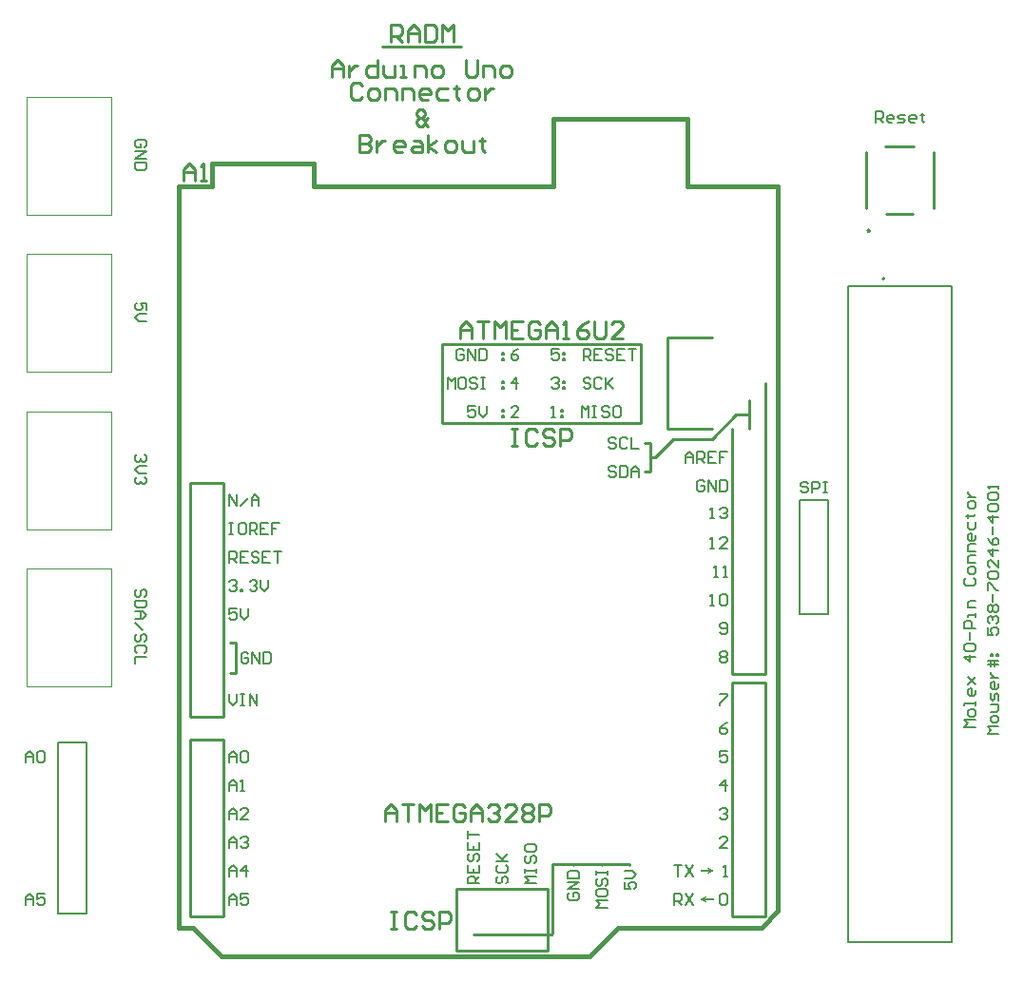
<source format=gbr>
%TF.GenerationSoftware,Altium Limited,Altium Designer,21.8.1 (53)*%
G04 Layer_Color=65535*
%FSLAX43Y43*%
%MOMM*%
%TF.SameCoordinates,E96829AD-C41B-4C4D-B55E-E99DFAFB1E42*%
%TF.FilePolarity,Positive*%
%TF.FileFunction,Legend,Top*%
%TF.Part,Single*%
G01*
G75*
%TA.AperFunction,NonConductor*%
%ADD11C,0.254*%
%ADD32C,0.200*%
%ADD33C,0.400*%
%ADD34C,0.127*%
%ADD35C,0.100*%
G36*
X65487Y8116D02*
Y8110D01*
X65493D01*
Y8104D01*
X65499D01*
Y8092D01*
X65505D01*
Y8038D01*
X65499D01*
Y8026D01*
X65493D01*
Y8020D01*
X65487D01*
Y8014D01*
X65481D01*
Y8008D01*
X65469D01*
Y8002D01*
X65445D01*
Y7997D01*
X65427D01*
Y8002D01*
X65409D01*
Y8008D01*
X65397D01*
Y8014D01*
X65391D01*
Y8020D01*
X65379D01*
Y8026D01*
X65367D01*
Y8032D01*
X65361D01*
Y8038D01*
X65349D01*
Y8044D01*
X65337D01*
Y8050D01*
X65326D01*
Y8056D01*
X65320D01*
Y8062D01*
X65308D01*
Y8068D01*
X65296D01*
Y8074D01*
X65290D01*
Y8080D01*
X65278D01*
Y8086D01*
X65266D01*
Y8092D01*
X65254D01*
Y8098D01*
X65248D01*
Y8104D01*
X65236D01*
Y8110D01*
X65224D01*
Y8116D01*
X65218D01*
Y8122D01*
X65206D01*
Y8128D01*
X65194D01*
Y8134D01*
X65182D01*
Y8140D01*
X65176D01*
Y8146D01*
X65164D01*
Y8152D01*
X65153D01*
Y8158D01*
X65147D01*
Y8164D01*
X65135D01*
Y8170D01*
X65123D01*
Y8176D01*
X65111D01*
Y8181D01*
X65105D01*
Y8187D01*
X65093D01*
Y8193D01*
X65081D01*
Y8199D01*
X65075D01*
Y8205D01*
X65063D01*
Y8211D01*
X65051D01*
Y8217D01*
X65039D01*
Y8223D01*
X65033D01*
Y8229D01*
X65021D01*
Y8235D01*
X65009D01*
Y8241D01*
X65003D01*
Y8247D01*
X64991D01*
Y8253D01*
X64979D01*
Y8259D01*
X64968D01*
Y8265D01*
X64962D01*
Y8271D01*
X64950D01*
Y8277D01*
X64938D01*
Y8283D01*
X64932D01*
Y8289D01*
X64920D01*
Y8301D01*
X64932D01*
Y8307D01*
X64944D01*
Y8313D01*
X64950D01*
Y8319D01*
X64962D01*
Y8325D01*
X64974D01*
Y8331D01*
X64985D01*
Y8337D01*
X64991D01*
Y8343D01*
X65003D01*
Y8349D01*
X65015D01*
Y8354D01*
X65021D01*
Y8360D01*
X65033D01*
Y8366D01*
X65045D01*
Y8372D01*
X65057D01*
Y8378D01*
X65063D01*
Y8384D01*
X65075D01*
Y8390D01*
X65087D01*
Y8396D01*
X65093D01*
Y8402D01*
X65105D01*
Y8408D01*
X65117D01*
Y8414D01*
X65129D01*
Y8420D01*
X65135D01*
Y8426D01*
X65147D01*
Y8432D01*
X65159D01*
Y8438D01*
X65164D01*
Y8444D01*
X65176D01*
Y8450D01*
X65188D01*
Y8456D01*
X65200D01*
Y8462D01*
X65206D01*
Y8468D01*
X65218D01*
Y8474D01*
X65230D01*
Y8480D01*
X65236D01*
Y8486D01*
X65248D01*
Y8492D01*
X65260D01*
Y8498D01*
X65272D01*
Y8504D01*
X65278D01*
Y8510D01*
X65290D01*
Y8516D01*
X65302D01*
Y8522D01*
X65308D01*
Y8528D01*
X65320D01*
Y8533D01*
X65332D01*
Y8539D01*
X65343D01*
Y8545D01*
X65349D01*
Y8551D01*
X65361D01*
Y8557D01*
X65373D01*
Y8563D01*
X65379D01*
Y8569D01*
X65391D01*
Y8575D01*
X65403D01*
Y8581D01*
X65415D01*
Y8587D01*
X65433D01*
Y8593D01*
X65451D01*
Y8587D01*
X65475D01*
Y8581D01*
X65481D01*
Y8575D01*
X65487D01*
Y8569D01*
X65493D01*
Y8563D01*
X65499D01*
Y8551D01*
X65505D01*
Y8498D01*
X65499D01*
Y8486D01*
X65493D01*
Y8480D01*
X65487D01*
Y8474D01*
X65481D01*
Y8468D01*
X65469D01*
Y8462D01*
X65463D01*
Y8456D01*
X65451D01*
Y8450D01*
X65439D01*
Y8444D01*
X65427D01*
Y8438D01*
X65421D01*
Y8432D01*
X65409D01*
Y8426D01*
X65397D01*
Y8420D01*
X65391D01*
Y8414D01*
X65379D01*
Y8408D01*
X65367D01*
Y8402D01*
X65355D01*
Y8396D01*
X65349D01*
Y8390D01*
X65337D01*
Y8384D01*
X65326D01*
Y8378D01*
X65320D01*
Y8372D01*
X65308D01*
Y8366D01*
X65296D01*
Y8360D01*
X66107D01*
Y8229D01*
X65296D01*
Y8223D01*
X65308D01*
Y8217D01*
X65320D01*
Y8211D01*
X65332D01*
Y8205D01*
X65337D01*
Y8199D01*
X65349D01*
Y8193D01*
X65361D01*
Y8187D01*
X65367D01*
Y8181D01*
X65379D01*
Y8176D01*
X65391D01*
Y8170D01*
X65403D01*
Y8164D01*
X65409D01*
Y8158D01*
X65421D01*
Y8152D01*
X65433D01*
Y8146D01*
X65439D01*
Y8140D01*
X65451D01*
Y8134D01*
X65463D01*
Y8128D01*
X65475D01*
Y8122D01*
X65481D01*
Y8116D01*
X65487D01*
D02*
G37*
G36*
X65540Y11014D02*
Y11020D01*
X65534D01*
Y11026D01*
X65528D01*
Y11038D01*
X65522D01*
Y11091D01*
X65528D01*
Y11103D01*
X65534D01*
Y11109D01*
X65540D01*
Y11115D01*
X65546D01*
Y11121D01*
X65558D01*
Y11127D01*
X65582D01*
Y11133D01*
X65600D01*
Y11127D01*
X65618D01*
Y11121D01*
X65630D01*
Y11115D01*
X65636D01*
Y11109D01*
X65648D01*
Y11103D01*
X65660D01*
Y11097D01*
X65666D01*
Y11091D01*
X65678D01*
Y11085D01*
X65690D01*
Y11079D01*
X65701D01*
Y11073D01*
X65707D01*
Y11068D01*
X65719D01*
Y11062D01*
X65731D01*
Y11056D01*
X65737D01*
Y11050D01*
X65749D01*
Y11044D01*
X65761D01*
Y11038D01*
X65773D01*
Y11032D01*
X65779D01*
Y11026D01*
X65791D01*
Y11020D01*
X65803D01*
Y11014D01*
X65809D01*
Y11008D01*
X65821D01*
Y11002D01*
X65833D01*
Y10996D01*
X65845D01*
Y10990D01*
X65851D01*
Y10984D01*
X65863D01*
Y10978D01*
X65874D01*
Y10972D01*
X65880D01*
Y10966D01*
X65892D01*
Y10960D01*
X65904D01*
Y10954D01*
X65916D01*
Y10948D01*
X65922D01*
Y10942D01*
X65934D01*
Y10936D01*
X65946D01*
Y10930D01*
X65952D01*
Y10924D01*
X65964D01*
Y10918D01*
X65976D01*
Y10912D01*
X65988D01*
Y10906D01*
X65994D01*
Y10900D01*
X66006D01*
Y10894D01*
X66018D01*
Y10889D01*
X66024D01*
Y10883D01*
X66036D01*
Y10877D01*
X66048D01*
Y10871D01*
X66059D01*
Y10865D01*
X66065D01*
Y10859D01*
X66077D01*
Y10853D01*
X66089D01*
Y10847D01*
X66095D01*
Y10841D01*
X66107D01*
Y10829D01*
X66095D01*
Y10823D01*
X66083D01*
Y10817D01*
X66077D01*
Y10811D01*
X66065D01*
Y10805D01*
X66053D01*
Y10799D01*
X66042D01*
Y10793D01*
X66036D01*
Y10787D01*
X66024D01*
Y10781D01*
X66012D01*
Y10775D01*
X66006D01*
Y10769D01*
X65994D01*
Y10763D01*
X65982D01*
Y10757D01*
X65970D01*
Y10751D01*
X65964D01*
Y10745D01*
X65952D01*
Y10739D01*
X65940D01*
Y10733D01*
X65934D01*
Y10727D01*
X65922D01*
Y10721D01*
X65910D01*
Y10716D01*
X65898D01*
Y10710D01*
X65892D01*
Y10704D01*
X65880D01*
Y10698D01*
X65868D01*
Y10692D01*
X65863D01*
Y10686D01*
X65851D01*
Y10680D01*
X65839D01*
Y10674D01*
X65827D01*
Y10668D01*
X65821D01*
Y10662D01*
X65809D01*
Y10656D01*
X65797D01*
Y10650D01*
X65791D01*
Y10644D01*
X65779D01*
Y10638D01*
X65767D01*
Y10632D01*
X65755D01*
Y10626D01*
X65749D01*
Y10620D01*
X65737D01*
Y10614D01*
X65725D01*
Y10608D01*
X65719D01*
Y10602D01*
X65707D01*
Y10596D01*
X65695D01*
Y10590D01*
X65684D01*
Y10584D01*
X65678D01*
Y10578D01*
X65666D01*
Y10572D01*
X65654D01*
Y10566D01*
X65648D01*
Y10560D01*
X65636D01*
Y10554D01*
X65624D01*
Y10548D01*
X65612D01*
Y10542D01*
X65594D01*
Y10537D01*
X65576D01*
Y10542D01*
X65552D01*
Y10548D01*
X65546D01*
Y10554D01*
X65540D01*
Y10560D01*
X65534D01*
Y10566D01*
X65528D01*
Y10578D01*
X65522D01*
Y10632D01*
X65528D01*
Y10644D01*
X65534D01*
Y10650D01*
X65540D01*
Y10656D01*
X65546D01*
Y10662D01*
X65558D01*
Y10668D01*
X65564D01*
Y10674D01*
X65576D01*
Y10680D01*
X65588D01*
Y10686D01*
X65600D01*
Y10692D01*
X65606D01*
Y10698D01*
X65618D01*
Y10704D01*
X65630D01*
Y10710D01*
X65636D01*
Y10716D01*
X65648D01*
Y10721D01*
X65660D01*
Y10727D01*
X65672D01*
Y10733D01*
X65678D01*
Y10739D01*
X65690D01*
Y10745D01*
X65701D01*
Y10751D01*
X65707D01*
Y10757D01*
X65719D01*
Y10763D01*
X65731D01*
Y10769D01*
X64920D01*
Y10900D01*
X65731D01*
Y10906D01*
X65719D01*
Y10912D01*
X65707D01*
Y10918D01*
X65695D01*
Y10924D01*
X65690D01*
Y10930D01*
X65678D01*
Y10936D01*
X65666D01*
Y10942D01*
X65660D01*
Y10948D01*
X65648D01*
Y10954D01*
X65636D01*
Y10960D01*
X65624D01*
Y10966D01*
X65618D01*
Y10972D01*
X65606D01*
Y10978D01*
X65594D01*
Y10984D01*
X65588D01*
Y10990D01*
X65576D01*
Y10996D01*
X65564D01*
Y11002D01*
X65552D01*
Y11008D01*
X65546D01*
Y11014D01*
X65540D01*
D02*
G37*
D11*
X80028Y67834D02*
G03*
X80028Y67834I-99J0D01*
G01*
X44710Y5195D02*
X51659D01*
X51734Y5270D01*
Y11470D01*
X43210Y3695D02*
Y9235D01*
X51290Y3695D02*
Y9235D01*
X43210D02*
X51290D01*
X43210Y3695D02*
X51290D01*
X67750Y6795D02*
Y27575D01*
X70750Y6795D02*
Y27575D01*
X67750Y6795D02*
X70750D01*
X67750Y27575D02*
X70750D01*
X61960Y50215D02*
X66000D01*
X61960D02*
Y58295D01*
X66000D01*
X59989Y46395D02*
X60489D01*
X59989Y48935D02*
X60489D01*
Y46395D02*
Y48935D01*
Y47665D02*
X60878D01*
X62529Y49316D01*
X65958D01*
X68117Y51475D01*
X69260D01*
X69250Y50205D02*
Y52745D01*
X70750Y28385D02*
Y54245D01*
X67750Y28385D02*
Y50205D01*
Y28385D02*
X70750D01*
X19500Y22495D02*
X22500D01*
X19500Y6795D02*
X22500D01*
X19500D02*
Y22495D01*
Y24575D02*
X22500D01*
X19500Y45355D02*
X22500D01*
X19500Y24575D02*
Y45355D01*
X22500Y6795D02*
Y22495D01*
Y24575D02*
Y45355D01*
X23030Y31155D02*
X23530D01*
X23030Y28485D02*
X23530D01*
Y31152D01*
X41949Y50755D02*
Y57755D01*
X59638Y50755D02*
Y57755D01*
X41949D02*
X59638D01*
X41949Y50755D02*
X59638D01*
X51734Y11470D02*
X58592D01*
X53639Y11343D02*
Y11470D01*
X56179Y11343D02*
Y11470D01*
X58592Y11343D02*
Y11470D01*
X36636Y84215D02*
X43636D01*
X79690Y69838D02*
Y74838D01*
X81429Y69343D02*
X83865D01*
X81373Y75333D02*
X83964D01*
X85680Y69838D02*
Y74838D01*
X18923Y72263D02*
Y73279D01*
X19431Y73787D01*
X19939Y73279D01*
Y72263D01*
Y73025D01*
X18923D01*
X20447Y72263D02*
X20955D01*
X20701D01*
Y73787D01*
X20447Y73533D01*
X37364Y7227D02*
X37872D01*
X37618D01*
Y5703D01*
X37364D01*
X37872D01*
X39649Y6973D02*
X39395Y7227D01*
X38887D01*
X38633Y6973D01*
Y5957D01*
X38887Y5703D01*
X39395D01*
X39649Y5957D01*
X41172Y6973D02*
X40919Y7227D01*
X40411D01*
X40157Y6973D01*
Y6719D01*
X40411Y6465D01*
X40919D01*
X41172Y6211D01*
Y5957D01*
X40919Y5703D01*
X40411D01*
X40157Y5957D01*
X41680Y5703D02*
Y7227D01*
X42442D01*
X42696Y6973D01*
Y6465D01*
X42442Y6211D01*
X41680D01*
X36836Y15280D02*
Y16296D01*
X37344Y16804D01*
X37852Y16296D01*
Y15280D01*
Y16042D01*
X36836D01*
X38360Y16804D02*
X39376D01*
X38868D01*
Y15280D01*
X39883D02*
Y16804D01*
X40391Y16296D01*
X40899Y16804D01*
Y15280D01*
X42423Y16804D02*
X41407D01*
Y15280D01*
X42423D01*
X41407Y16042D02*
X41915D01*
X43946Y16550D02*
X43692Y16804D01*
X43184D01*
X42930Y16550D01*
Y15534D01*
X43184Y15280D01*
X43692D01*
X43946Y15534D01*
Y16042D01*
X43438D01*
X44454Y15280D02*
Y16296D01*
X44962Y16804D01*
X45470Y16296D01*
Y15280D01*
Y16042D01*
X44454D01*
X45977Y16550D02*
X46231Y16804D01*
X46739D01*
X46993Y16550D01*
Y16296D01*
X46739Y16042D01*
X46485D01*
X46739D01*
X46993Y15788D01*
Y15534D01*
X46739Y15280D01*
X46231D01*
X45977Y15534D01*
X48517Y15280D02*
X47501D01*
X48517Y16296D01*
Y16550D01*
X48263Y16804D01*
X47755D01*
X47501Y16550D01*
X49024D02*
X49278Y16804D01*
X49786D01*
X50040Y16550D01*
Y16296D01*
X49786Y16042D01*
X50040Y15788D01*
Y15534D01*
X49786Y15280D01*
X49278D01*
X49024Y15534D01*
Y15788D01*
X49278Y16042D01*
X49024Y16296D01*
Y16550D01*
X49278Y16042D02*
X49786D01*
X50548Y15280D02*
Y16804D01*
X51310D01*
X51564Y16550D01*
Y16042D01*
X51310Y15788D01*
X50548D01*
X48127Y50241D02*
X48635D01*
X48381D01*
Y48717D01*
X48127D01*
X48635D01*
X50413Y49987D02*
X50159Y50241D01*
X49651D01*
X49397Y49987D01*
Y48971D01*
X49651Y48717D01*
X50159D01*
X50413Y48971D01*
X51936Y49987D02*
X51682Y50241D01*
X51174D01*
X50920Y49987D01*
Y49733D01*
X51174Y49479D01*
X51682D01*
X51936Y49225D01*
Y48971D01*
X51682Y48717D01*
X51174D01*
X50920Y48971D01*
X52444Y48717D02*
Y50241D01*
X53206D01*
X53460Y49987D01*
Y49479D01*
X53206Y49225D01*
X52444D01*
X43557Y58269D02*
Y59285D01*
X44065Y59793D01*
X44573Y59285D01*
Y58269D01*
Y59031D01*
X43557D01*
X45080Y59793D02*
X46096D01*
X45588D01*
Y58269D01*
X46604D02*
Y59793D01*
X47112Y59285D01*
X47620Y59793D01*
Y58269D01*
X49143Y59793D02*
X48127D01*
Y58269D01*
X49143D01*
X48127Y59031D02*
X48635D01*
X50667Y59539D02*
X50413Y59793D01*
X49905D01*
X49651Y59539D01*
Y58523D01*
X49905Y58269D01*
X50413D01*
X50667Y58523D01*
Y59031D01*
X50159D01*
X51174Y58269D02*
Y59285D01*
X51682Y59793D01*
X52190Y59285D01*
Y58269D01*
Y59031D01*
X51174D01*
X52698Y58269D02*
X53206D01*
X52952D01*
Y59793D01*
X52698Y59539D01*
X54983Y59793D02*
X54475Y59539D01*
X53967Y59031D01*
Y58523D01*
X54221Y58269D01*
X54729D01*
X54983Y58523D01*
Y58777D01*
X54729Y59031D01*
X53967D01*
X55491Y59793D02*
Y58523D01*
X55745Y58269D01*
X56253D01*
X56507Y58523D01*
Y59793D01*
X58030Y58269D02*
X57014D01*
X58030Y59285D01*
Y59539D01*
X57776Y59793D01*
X57268D01*
X57014Y59539D01*
X37343Y84703D02*
Y86227D01*
X38105D01*
X38359Y85973D01*
Y85465D01*
X38105Y85211D01*
X37343D01*
X37851D02*
X38359Y84703D01*
X38866D02*
Y85719D01*
X39374Y86227D01*
X39882Y85719D01*
Y84703D01*
Y85465D01*
X38866D01*
X40390Y86227D02*
Y84703D01*
X41152D01*
X41406Y84957D01*
Y85973D01*
X41152Y86227D01*
X40390D01*
X41913Y84703D02*
Y86227D01*
X42421Y85719D01*
X42929Y86227D01*
Y84703D01*
X32138Y81536D02*
Y82552D01*
X32645Y83059D01*
X33153Y82552D01*
Y81536D01*
Y82298D01*
X32138D01*
X33661Y82552D02*
Y81536D01*
Y82044D01*
X33915Y82298D01*
X34169Y82552D01*
X34423D01*
X36200Y83059D02*
Y81536D01*
X35439D01*
X35185Y81790D01*
Y82298D01*
X35439Y82552D01*
X36200D01*
X36708D02*
Y81790D01*
X36962Y81536D01*
X37724D01*
Y82552D01*
X38232Y81536D02*
X38739D01*
X38486D01*
Y82552D01*
X38232D01*
X39501Y81536D02*
Y82552D01*
X40263D01*
X40517Y82298D01*
Y81536D01*
X41279D02*
X41786D01*
X42040Y81790D01*
Y82298D01*
X41786Y82552D01*
X41279D01*
X41025Y82298D01*
Y81790D01*
X41279Y81536D01*
X44072Y83059D02*
Y81790D01*
X44326Y81536D01*
X44833D01*
X45087Y81790D01*
Y83059D01*
X45595Y81536D02*
Y82552D01*
X46357D01*
X46611Y82298D01*
Y81536D01*
X47373D02*
X47881D01*
X48134Y81790D01*
Y82298D01*
X47881Y82552D01*
X47373D01*
X47119Y82298D01*
Y81790D01*
X47373Y81536D01*
X34804Y80747D02*
X34550Y81001D01*
X34042D01*
X33788Y80747D01*
Y79732D01*
X34042Y79478D01*
X34550D01*
X34804Y79732D01*
X35565Y79478D02*
X36073D01*
X36327Y79732D01*
Y80239D01*
X36073Y80493D01*
X35565D01*
X35312Y80239D01*
Y79732D01*
X35565Y79478D01*
X36835D02*
Y80493D01*
X37597D01*
X37851Y80239D01*
Y79478D01*
X38359D02*
Y80493D01*
X39120D01*
X39374Y80239D01*
Y79478D01*
X40644D02*
X40136D01*
X39882Y79732D01*
Y80239D01*
X40136Y80493D01*
X40644D01*
X40898Y80239D01*
Y79985D01*
X39882D01*
X42421Y80493D02*
X41660D01*
X41406Y80239D01*
Y79732D01*
X41660Y79478D01*
X42421D01*
X43183Y80747D02*
Y80493D01*
X42929D01*
X43437D01*
X43183D01*
Y79732D01*
X43437Y79478D01*
X44453D02*
X44960D01*
X45214Y79732D01*
Y80239D01*
X44960Y80493D01*
X44453D01*
X44199Y80239D01*
Y79732D01*
X44453Y79478D01*
X45722Y80493D02*
Y79478D01*
Y79985D01*
X45976Y80239D01*
X46230Y80493D01*
X46484D01*
X40644Y77165D02*
X40390Y77419D01*
X40136Y77165D01*
X39882D01*
X39628Y77419D01*
Y77673D01*
X39882Y77927D01*
X39628Y78181D01*
Y78435D01*
X39882Y78689D01*
X40136D01*
X40390Y78435D01*
Y78181D01*
X40136Y77927D01*
X40390Y77673D01*
Y77419D01*
X40644Y77927D02*
X40390Y77673D01*
X39882Y77927D02*
X40136D01*
X34550Y76377D02*
Y74853D01*
X35312D01*
X35565Y75107D01*
Y75361D01*
X35312Y75615D01*
X34550D01*
X35312D01*
X35565Y75869D01*
Y76123D01*
X35312Y76377D01*
X34550D01*
X36073Y75869D02*
Y74853D01*
Y75361D01*
X36327Y75615D01*
X36581Y75869D01*
X36835D01*
X38359Y74853D02*
X37851D01*
X37597Y75107D01*
Y75615D01*
X37851Y75869D01*
X38359D01*
X38612Y75615D01*
Y75361D01*
X37597D01*
X39374Y75869D02*
X39882D01*
X40136Y75615D01*
Y74853D01*
X39374D01*
X39120Y75107D01*
X39374Y75361D01*
X40136D01*
X40644Y74853D02*
Y76377D01*
Y75361D02*
X41406Y75869D01*
X40644Y75361D02*
X41406Y74853D01*
X42421D02*
X42929D01*
X43183Y75107D01*
Y75615D01*
X42929Y75869D01*
X42421D01*
X42167Y75615D01*
Y75107D01*
X42421Y74853D01*
X43691Y75869D02*
Y75107D01*
X43945Y74853D01*
X44707D01*
Y75869D01*
X45468Y76123D02*
Y75869D01*
X45214D01*
X45722D01*
X45468D01*
Y75107D01*
X45722Y74853D01*
D32*
X81350Y63555D02*
G03*
X81350Y63555I-100J0D01*
G01*
X7730Y7025D02*
X10270D01*
X7730Y22265D02*
X10270D01*
Y7025D02*
Y22265D01*
X7730Y7025D02*
Y22265D01*
X73780Y43855D02*
X76320D01*
Y33695D02*
Y43855D01*
X73780Y33695D02*
Y43855D01*
Y33695D02*
X76320D01*
X74550Y45333D02*
X74384Y45500D01*
X74050D01*
X73884Y45333D01*
Y45167D01*
X74050Y45000D01*
X74384D01*
X74550Y44833D01*
Y44667D01*
X74384Y44500D01*
X74050D01*
X73884Y44667D01*
X74883Y44500D02*
Y45500D01*
X75383D01*
X75550Y45333D01*
Y45000D01*
X75383Y44833D01*
X74883D01*
X75883Y45500D02*
X76216D01*
X76050D01*
Y44500D01*
X75883D01*
X76216D01*
X4834Y7795D02*
Y8462D01*
X5167Y8795D01*
X5500Y8462D01*
Y7795D01*
Y8295D01*
X4834D01*
X6500Y8795D02*
X5834D01*
Y8295D01*
X6167Y8462D01*
X6333D01*
X6500Y8295D01*
Y7962D01*
X6333Y7795D01*
X6000D01*
X5834Y7962D01*
X4834Y20495D02*
Y21162D01*
X5167Y21495D01*
X5500Y21162D01*
Y20495D01*
Y20995D01*
X4834D01*
X5834Y21328D02*
X6000Y21495D01*
X6333D01*
X6500Y21328D01*
Y20662D01*
X6333Y20495D01*
X6000D01*
X5834Y20662D01*
Y21328D01*
X15436Y35256D02*
X15603Y35422D01*
Y35756D01*
X15436Y35922D01*
X15269D01*
X15103Y35756D01*
Y35422D01*
X14936Y35256D01*
X14770D01*
X14603Y35422D01*
Y35756D01*
X14770Y35922D01*
X15603Y34923D02*
X14603D01*
Y34423D01*
X14770Y34256D01*
X15436D01*
X15603Y34423D01*
Y34923D01*
X14603Y33923D02*
X15269D01*
X15603Y33590D01*
X15269Y33256D01*
X14603D01*
X15103D01*
Y33923D01*
X14603Y32923D02*
X15269Y32257D01*
X15436Y31257D02*
X15603Y31424D01*
Y31757D01*
X15436Y31924D01*
X15269D01*
X15103Y31757D01*
Y31424D01*
X14936Y31257D01*
X14770D01*
X14603Y31424D01*
Y31757D01*
X14770Y31924D01*
X15436Y30257D02*
X15603Y30424D01*
Y30757D01*
X15436Y30924D01*
X14770D01*
X14603Y30757D01*
Y30424D01*
X14770Y30257D01*
X15603Y29924D02*
X14603D01*
Y29258D01*
X15436Y47923D02*
X15603Y47756D01*
Y47423D01*
X15436Y47256D01*
X15269D01*
X15103Y47423D01*
Y47590D01*
Y47423D01*
X14936Y47256D01*
X14770D01*
X14603Y47423D01*
Y47756D01*
X14770Y47923D01*
X15603Y46923D02*
X14936D01*
X14603Y46590D01*
X14936Y46257D01*
X15603D01*
X15436Y45924D02*
X15603Y45757D01*
Y45424D01*
X15436Y45257D01*
X15269D01*
X15103Y45424D01*
Y45590D01*
Y45424D01*
X14936Y45257D01*
X14770D01*
X14603Y45424D01*
Y45757D01*
X14770Y45924D01*
X15603Y60757D02*
Y61423D01*
X15103D01*
X15269Y61090D01*
Y60923D01*
X15103Y60757D01*
X14770D01*
X14603Y60923D01*
Y61256D01*
X14770Y61423D01*
X15603Y60423D02*
X14936D01*
X14603Y60090D01*
X14936Y59757D01*
X15603D01*
X15436Y75256D02*
X15603Y75423D01*
Y75756D01*
X15436Y75923D01*
X14770D01*
X14603Y75756D01*
Y75423D01*
X14770Y75256D01*
X15103D01*
Y75590D01*
X14603Y74923D02*
X15603D01*
X14603Y74257D01*
X15603D01*
Y73924D02*
X14603D01*
Y73424D01*
X14770Y73257D01*
X15436D01*
X15603Y73424D01*
Y73924D01*
X80519Y77478D02*
Y78478D01*
X81019D01*
X81185Y78311D01*
Y77978D01*
X81019Y77811D01*
X80519D01*
X80852D02*
X81185Y77478D01*
X82019D02*
X81685D01*
X81519Y77645D01*
Y77978D01*
X81685Y78145D01*
X82019D01*
X82185Y77978D01*
Y77811D01*
X81519D01*
X82518Y77478D02*
X83018D01*
X83185Y77645D01*
X83018Y77811D01*
X82685D01*
X82518Y77978D01*
X82685Y78145D01*
X83185D01*
X84018Y77478D02*
X83685D01*
X83518Y77645D01*
Y77978D01*
X83685Y78145D01*
X84018D01*
X84185Y77978D01*
Y77811D01*
X83518D01*
X84684Y78311D02*
Y78145D01*
X84518D01*
X84851D01*
X84684D01*
Y77645D01*
X84851Y77478D01*
X89391Y23592D02*
X88391D01*
X88724Y23925D01*
X88391Y24258D01*
X89391D01*
Y24758D02*
Y25091D01*
X89224Y25258D01*
X88891D01*
X88724Y25091D01*
Y24758D01*
X88891Y24591D01*
X89224D01*
X89391Y24758D01*
Y25591D02*
Y25924D01*
Y25758D01*
X88391D01*
Y25591D01*
X89391Y26924D02*
Y26591D01*
X89224Y26424D01*
X88891D01*
X88724Y26591D01*
Y26924D01*
X88891Y27090D01*
X89058D01*
Y26424D01*
X88724Y27424D02*
X89391Y28090D01*
X89058Y27757D01*
X88724Y28090D01*
X89391Y27424D01*
Y29923D02*
X88391D01*
X88891Y29423D01*
Y30090D01*
X88558Y30423D02*
X88391Y30589D01*
Y30923D01*
X88558Y31089D01*
X89224D01*
X89391Y30923D01*
Y30589D01*
X89224Y30423D01*
X88558D01*
X88891Y31422D02*
Y32089D01*
X89391Y32422D02*
X88391D01*
Y32922D01*
X88558Y33089D01*
X88891D01*
X89058Y32922D01*
Y32422D01*
X89391Y33422D02*
Y33755D01*
Y33588D01*
X88724D01*
Y33422D01*
X89391Y34255D02*
X88724D01*
Y34755D01*
X88891Y34921D01*
X89391D01*
X88558Y36921D02*
X88391Y36754D01*
Y36421D01*
X88558Y36254D01*
X89224D01*
X89391Y36421D01*
Y36754D01*
X89224Y36921D01*
X89391Y37421D02*
Y37754D01*
X89224Y37920D01*
X88891D01*
X88724Y37754D01*
Y37421D01*
X88891Y37254D01*
X89224D01*
X89391Y37421D01*
Y38254D02*
X88724D01*
Y38753D01*
X88891Y38920D01*
X89391D01*
Y39253D02*
X88724D01*
Y39753D01*
X88891Y39920D01*
X89391D01*
Y40753D02*
Y40420D01*
X89224Y40253D01*
X88891D01*
X88724Y40420D01*
Y40753D01*
X88891Y40919D01*
X89058D01*
Y40253D01*
X88724Y41919D02*
Y41419D01*
X88891Y41253D01*
X89224D01*
X89391Y41419D01*
Y41919D01*
X88558Y42419D02*
X88724D01*
Y42252D01*
Y42586D01*
Y42419D01*
X89224D01*
X89391Y42586D01*
Y43252D02*
Y43585D01*
X89224Y43752D01*
X88891D01*
X88724Y43585D01*
Y43252D01*
X88891Y43085D01*
X89224D01*
X89391Y43252D01*
X88724Y44085D02*
X89391D01*
X89058D01*
X88891Y44252D01*
X88724Y44418D01*
Y44585D01*
X91491Y23008D02*
X90491D01*
X90824Y23342D01*
X90491Y23675D01*
X91491D01*
Y24175D02*
Y24508D01*
X91324Y24675D01*
X90991D01*
X90824Y24508D01*
Y24175D01*
X90991Y24008D01*
X91324D01*
X91491Y24175D01*
X90824Y25008D02*
X91324D01*
X91491Y25174D01*
Y25674D01*
X90824D01*
X91491Y26008D02*
Y26507D01*
X91324Y26674D01*
X91158Y26507D01*
Y26174D01*
X90991Y26008D01*
X90824Y26174D01*
Y26674D01*
X91491Y27507D02*
Y27174D01*
X91324Y27007D01*
X90991D01*
X90824Y27174D01*
Y27507D01*
X90991Y27674D01*
X91158D01*
Y27007D01*
X90824Y28007D02*
X91491D01*
X91158D01*
X90991Y28173D01*
X90824Y28340D01*
Y28507D01*
X91491Y29173D02*
X90491D01*
Y29506D02*
X91491D01*
X90824Y29007D02*
Y29506D01*
Y29673D01*
X91158Y29007D02*
Y29673D01*
X90824Y30006D02*
Y30173D01*
X90991D01*
Y30006D01*
X90824D01*
X91324D02*
Y30173D01*
X91491D01*
Y30006D01*
X91324D01*
X90491Y32505D02*
Y31839D01*
X90991D01*
X90824Y32172D01*
Y32339D01*
X90991Y32505D01*
X91324D01*
X91491Y32339D01*
Y32006D01*
X91324Y31839D01*
X90658Y32839D02*
X90491Y33005D01*
Y33338D01*
X90658Y33505D01*
X90824D01*
X90991Y33338D01*
Y33172D01*
Y33338D01*
X91158Y33505D01*
X91324D01*
X91491Y33338D01*
Y33005D01*
X91324Y32839D01*
X90658Y33838D02*
X90491Y34005D01*
Y34338D01*
X90658Y34505D01*
X90824D01*
X90991Y34338D01*
X91158Y34505D01*
X91324D01*
X91491Y34338D01*
Y34005D01*
X91324Y33838D01*
X91158D01*
X90991Y34005D01*
X90824Y33838D01*
X90658D01*
X90991Y34005D02*
Y34338D01*
Y34838D02*
Y35504D01*
X90491Y35838D02*
Y36504D01*
X90658D01*
X91324Y35838D01*
X91491D01*
X90658Y36837D02*
X90491Y37004D01*
Y37337D01*
X90658Y37504D01*
X91324D01*
X91491Y37337D01*
Y37004D01*
X91324Y36837D01*
X90658D01*
X91491Y38503D02*
Y37837D01*
X90824Y38503D01*
X90658D01*
X90491Y38337D01*
Y38004D01*
X90658Y37837D01*
X91491Y39337D02*
X90491D01*
X90991Y38837D01*
Y39503D01*
X90491Y40503D02*
X90658Y40170D01*
X90991Y39836D01*
X91324D01*
X91491Y40003D01*
Y40336D01*
X91324Y40503D01*
X91158D01*
X90991Y40336D01*
Y39836D01*
Y40836D02*
Y41503D01*
X91491Y42336D02*
X90491D01*
X90991Y41836D01*
Y42502D01*
X90658Y42835D02*
X90491Y43002D01*
Y43335D01*
X90658Y43502D01*
X91324D01*
X91491Y43335D01*
Y43002D01*
X91324Y42835D01*
X90658D01*
Y43835D02*
X90491Y44002D01*
Y44335D01*
X90658Y44502D01*
X91324D01*
X91491Y44335D01*
Y44002D01*
X91324Y43835D01*
X90658D01*
X91491Y44835D02*
Y45168D01*
Y45001D01*
X90491D01*
X90658Y44835D01*
X53267Y8856D02*
X53101Y8689D01*
Y8356D01*
X53267Y8190D01*
X53934D01*
X54100Y8356D01*
Y8689D01*
X53934Y8856D01*
X53600D01*
Y8523D01*
X54100Y9189D02*
X53101D01*
X54100Y9856D01*
X53101D01*
Y10189D02*
X54100D01*
Y10689D01*
X53934Y10855D01*
X53267D01*
X53101Y10689D01*
Y10189D01*
X56640Y7523D02*
X55641D01*
X55974Y7856D01*
X55641Y8190D01*
X56640D01*
X55641Y9023D02*
Y8689D01*
X55807Y8523D01*
X56474D01*
X56640Y8689D01*
Y9023D01*
X56474Y9189D01*
X55807D01*
X55641Y9023D01*
X55807Y10189D02*
X55641Y10022D01*
Y9689D01*
X55807Y9523D01*
X55974D01*
X56140Y9689D01*
Y10022D01*
X56307Y10189D01*
X56474D01*
X56640Y10022D01*
Y9689D01*
X56474Y9523D01*
X55641Y10522D02*
Y10855D01*
Y10689D01*
X56640D01*
Y10522D01*
Y10855D01*
X58181Y9856D02*
Y9189D01*
X58680D01*
X58514Y9523D01*
Y9689D01*
X58680Y9856D01*
X59014D01*
X59180Y9689D01*
Y9356D01*
X59014Y9189D01*
X58181Y10189D02*
X58847D01*
X59180Y10522D01*
X58847Y10855D01*
X58181D01*
X45210Y9695D02*
X44211D01*
Y10195D01*
X44377Y10362D01*
X44710D01*
X44877Y10195D01*
Y9695D01*
Y10029D02*
X45210Y10362D01*
X44211Y11362D02*
Y10695D01*
X45210D01*
Y11362D01*
X44710Y10695D02*
Y11028D01*
X44377Y12361D02*
X44211Y12195D01*
Y11861D01*
X44377Y11695D01*
X44544D01*
X44710Y11861D01*
Y12195D01*
X44877Y12361D01*
X45044D01*
X45210Y12195D01*
Y11861D01*
X45044Y11695D01*
X44211Y13361D02*
Y12694D01*
X45210D01*
Y13361D01*
X44710Y12694D02*
Y13028D01*
X44211Y13694D02*
Y14361D01*
Y14027D01*
X45210D01*
X46917Y10362D02*
X46751Y10195D01*
Y9862D01*
X46917Y9695D01*
X47084D01*
X47250Y9862D01*
Y10195D01*
X47417Y10362D01*
X47584D01*
X47750Y10195D01*
Y9862D01*
X47584Y9695D01*
X46917Y11362D02*
X46751Y11195D01*
Y10862D01*
X46917Y10695D01*
X47584D01*
X47750Y10862D01*
Y11195D01*
X47584Y11362D01*
X46751Y11695D02*
X47750D01*
X47417D01*
X46751Y12361D01*
X47250Y11861D01*
X47750Y12361D01*
X50290Y9695D02*
X49291D01*
X49624Y10029D01*
X49291Y10362D01*
X50290D01*
X49291Y10695D02*
Y11028D01*
Y10862D01*
X50290D01*
Y10695D01*
Y11028D01*
X49457Y12195D02*
X49291Y12028D01*
Y11695D01*
X49457Y11528D01*
X49624D01*
X49790Y11695D01*
Y12028D01*
X49957Y12195D01*
X50124D01*
X50290Y12028D01*
Y11695D01*
X50124Y11528D01*
X49291Y13028D02*
Y12694D01*
X49457Y12528D01*
X50124D01*
X50290Y12694D01*
Y13028D01*
X50124Y13194D01*
X49457D01*
X49291Y13028D01*
X62624Y7795D02*
Y8795D01*
X63124D01*
X63290Y8628D01*
Y8295D01*
X63124Y8128D01*
X62624D01*
X62957D02*
X63290Y7795D01*
X63624Y8795D02*
X64290Y7795D01*
Y8795D02*
X63624Y7795D01*
X62624Y11335D02*
X63290D01*
X62957D01*
Y10335D01*
X63624Y11335D02*
X64290Y10335D01*
Y11335D02*
X63624Y10335D01*
X66624Y26575D02*
X67290D01*
Y26408D01*
X66624Y25742D01*
Y25575D01*
X67290Y24035D02*
X66957Y23868D01*
X66624Y23535D01*
Y23202D01*
X66790Y23035D01*
X67123D01*
X67290Y23202D01*
Y23368D01*
X67123Y23535D01*
X66624D01*
X67290Y21495D02*
X66624D01*
Y20995D01*
X66957Y21162D01*
X67123D01*
X67290Y20995D01*
Y20662D01*
X67123Y20495D01*
X66790D01*
X66624Y20662D01*
X67123Y17955D02*
Y18955D01*
X66624Y18455D01*
X67290D01*
X66624Y16248D02*
X66790Y16415D01*
X67123D01*
X67290Y16248D01*
Y16082D01*
X67123Y15915D01*
X66957D01*
X67123D01*
X67290Y15748D01*
Y15582D01*
X67123Y15415D01*
X66790D01*
X66624Y15582D01*
X67290Y12875D02*
X66624D01*
X67290Y13542D01*
Y13708D01*
X67123Y13875D01*
X66790D01*
X66624Y13708D01*
X66957Y10335D02*
X67290D01*
X67123D01*
Y11335D01*
X66957Y11168D01*
X66624Y8628D02*
X66790Y8795D01*
X67123D01*
X67290Y8628D01*
Y7962D01*
X67123Y7795D01*
X66790D01*
X66624Y7962D01*
Y8628D01*
X57418Y46728D02*
X57251Y46895D01*
X56918D01*
X56751Y46728D01*
Y46562D01*
X56918Y46395D01*
X57251D01*
X57418Y46228D01*
Y46062D01*
X57251Y45895D01*
X56918D01*
X56751Y46062D01*
X57751Y46895D02*
Y45895D01*
X58251D01*
X58417Y46062D01*
Y46728D01*
X58251Y46895D01*
X57751D01*
X58750Y45895D02*
Y46562D01*
X59084Y46895D01*
X59417Y46562D01*
Y45895D01*
Y46395D01*
X58750D01*
X57418Y49268D02*
X57251Y49435D01*
X56918D01*
X56751Y49268D01*
Y49102D01*
X56918Y48935D01*
X57251D01*
X57418Y48768D01*
Y48602D01*
X57251Y48435D01*
X56918D01*
X56751Y48602D01*
X58417Y49268D02*
X58251Y49435D01*
X57917D01*
X57751Y49268D01*
Y48602D01*
X57917Y48435D01*
X58251D01*
X58417Y48602D01*
X58750Y49435D02*
Y48435D01*
X59417D01*
X22960Y43355D02*
Y44355D01*
X23626Y43355D01*
Y44355D01*
X23960Y43355D02*
X24626Y44021D01*
X24959Y43355D02*
Y44021D01*
X25293Y44355D01*
X25626Y44021D01*
Y43355D01*
Y43855D01*
X24959D01*
X22960Y41815D02*
X23293D01*
X23127D01*
Y40815D01*
X22960D01*
X23293D01*
X24293Y41815D02*
X23960D01*
X23793Y41648D01*
Y40982D01*
X23960Y40815D01*
X24293D01*
X24460Y40982D01*
Y41648D01*
X24293Y41815D01*
X24793Y40815D02*
Y41815D01*
X25293D01*
X25459Y41648D01*
Y41315D01*
X25293Y41148D01*
X24793D01*
X25126D02*
X25459Y40815D01*
X26459Y41815D02*
X25792D01*
Y40815D01*
X26459D01*
X25792Y41315D02*
X26126D01*
X27459Y41815D02*
X26792D01*
Y41315D01*
X27125D01*
X26792D01*
Y40815D01*
X22960Y38275D02*
Y39275D01*
X23460D01*
X23626Y39108D01*
Y38775D01*
X23460Y38608D01*
X22960D01*
X23293D02*
X23626Y38275D01*
X24626Y39275D02*
X23960D01*
Y38275D01*
X24626D01*
X23960Y38775D02*
X24293D01*
X25626Y39108D02*
X25459Y39275D01*
X25126D01*
X24959Y39108D01*
Y38941D01*
X25126Y38775D01*
X25459D01*
X25626Y38608D01*
Y38442D01*
X25459Y38275D01*
X25126D01*
X24959Y38442D01*
X26625Y39275D02*
X25959D01*
Y38275D01*
X26625D01*
X25959Y38775D02*
X26292D01*
X26959Y39275D02*
X27625D01*
X27292D01*
Y38275D01*
X22960Y36568D02*
X23127Y36735D01*
X23460D01*
X23626Y36568D01*
Y36401D01*
X23460Y36235D01*
X23293D01*
X23460D01*
X23626Y36068D01*
Y35902D01*
X23460Y35735D01*
X23127D01*
X22960Y35902D01*
X23960Y35735D02*
Y35902D01*
X24126D01*
Y35735D01*
X23960D01*
X24793Y36568D02*
X24959Y36735D01*
X25293D01*
X25459Y36568D01*
Y36401D01*
X25293Y36235D01*
X25126D01*
X25293D01*
X25459Y36068D01*
Y35902D01*
X25293Y35735D01*
X24959D01*
X24793Y35902D01*
X25792Y36735D02*
Y36068D01*
X26126Y35735D01*
X26459Y36068D01*
Y36735D01*
X23626Y34195D02*
X22960D01*
Y33695D01*
X23293Y33861D01*
X23460D01*
X23626Y33695D01*
Y33362D01*
X23460Y33195D01*
X23127D01*
X22960Y33362D01*
X23960Y34195D02*
Y33528D01*
X24293Y33195D01*
X24626Y33528D01*
Y34195D01*
X22960Y26575D02*
Y25908D01*
X23293Y25575D01*
X23626Y25908D01*
Y26575D01*
X23960D02*
X24293D01*
X24126D01*
Y25575D01*
X23960D01*
X24293D01*
X24793D02*
Y26575D01*
X25459Y25575D01*
Y26575D01*
X22960Y20495D02*
Y21161D01*
X23293Y21495D01*
X23626Y21161D01*
Y20495D01*
Y20995D01*
X22960D01*
X23960Y21328D02*
X24126Y21495D01*
X24460D01*
X24626Y21328D01*
Y20662D01*
X24460Y20495D01*
X24126D01*
X23960Y20662D01*
Y21328D01*
X22960Y17955D02*
Y18621D01*
X23293Y18955D01*
X23626Y18621D01*
Y17955D01*
Y18455D01*
X22960D01*
X23960Y17955D02*
X24293D01*
X24126D01*
Y18955D01*
X23960Y18788D01*
X22960Y15415D02*
Y16081D01*
X23293Y16415D01*
X23626Y16081D01*
Y15415D01*
Y15915D01*
X22960D01*
X24626Y15415D02*
X23960D01*
X24626Y16081D01*
Y16248D01*
X24460Y16415D01*
X24126D01*
X23960Y16248D01*
X22960Y12875D02*
Y13541D01*
X23293Y13875D01*
X23626Y13541D01*
Y12875D01*
Y13375D01*
X22960D01*
X23960Y13708D02*
X24126Y13875D01*
X24460D01*
X24626Y13708D01*
Y13541D01*
X24460Y13375D01*
X24293D01*
X24460D01*
X24626Y13208D01*
Y13042D01*
X24460Y12875D01*
X24126D01*
X23960Y13042D01*
X22960Y10335D02*
Y11001D01*
X23293Y11335D01*
X23626Y11001D01*
Y10335D01*
Y10835D01*
X22960D01*
X24460Y10335D02*
Y11335D01*
X23960Y10835D01*
X24626D01*
X22960Y7795D02*
Y8461D01*
X23293Y8795D01*
X23626Y8461D01*
Y7795D01*
Y8295D01*
X22960D01*
X24626Y8795D02*
X23960D01*
Y8295D01*
X24293Y8461D01*
X24460D01*
X24626Y8295D01*
Y7962D01*
X24460Y7795D01*
X24126D01*
X23960Y7962D01*
X24696Y30158D02*
X24530Y30325D01*
X24197D01*
X24030Y30158D01*
Y29492D01*
X24197Y29325D01*
X24530D01*
X24696Y29492D01*
Y29825D01*
X24363D01*
X25030Y29325D02*
Y30325D01*
X25696Y29325D01*
Y30325D01*
X26029D02*
Y29325D01*
X26529D01*
X26696Y29492D01*
Y30158D01*
X26529Y30325D01*
X26029D01*
X43908Y57128D02*
X43742Y57295D01*
X43408D01*
X43242Y57128D01*
Y56462D01*
X43408Y56295D01*
X43742D01*
X43908Y56462D01*
Y56795D01*
X43575D01*
X44241Y56295D02*
Y57295D01*
X44908Y56295D01*
Y57295D01*
X45241D02*
Y56295D01*
X45741D01*
X45908Y56462D01*
Y57128D01*
X45741Y57295D01*
X45241D01*
X47240Y56962D02*
X47407D01*
Y56795D01*
X47240D01*
Y56962D01*
Y56462D02*
X47407D01*
Y56295D01*
X47240D01*
Y56462D01*
X48740Y57295D02*
X48407Y57128D01*
X48074Y56795D01*
Y56462D01*
X48240Y56295D01*
X48573D01*
X48740Y56462D01*
Y56628D01*
X48573Y56795D01*
X48074D01*
X52346Y57295D02*
X51680D01*
Y56795D01*
X52013Y56962D01*
X52180D01*
X52346Y56795D01*
Y56462D01*
X52180Y56295D01*
X51847D01*
X51680Y56462D01*
X52680Y56962D02*
X52846D01*
Y56795D01*
X52680D01*
Y56962D01*
Y56462D02*
X52846D01*
Y56295D01*
X52680D01*
Y56462D01*
X54512Y56295D02*
Y57295D01*
X55012D01*
X55179Y57128D01*
Y56795D01*
X55012Y56628D01*
X54512D01*
X54846D02*
X55179Y56295D01*
X56179Y57295D02*
X55512D01*
Y56295D01*
X56179D01*
X55512Y56795D02*
X55845D01*
X57178Y57128D02*
X57012Y57295D01*
X56678D01*
X56512Y57128D01*
Y56962D01*
X56678Y56795D01*
X57012D01*
X57178Y56628D01*
Y56462D01*
X57012Y56295D01*
X56678D01*
X56512Y56462D01*
X58178Y57295D02*
X57511D01*
Y56295D01*
X58178D01*
X57511Y56795D02*
X57845D01*
X58511Y57295D02*
X59178D01*
X58844D01*
Y56295D01*
X42409Y53755D02*
Y54755D01*
X42742Y54422D01*
X43075Y54755D01*
Y53755D01*
X43908Y54755D02*
X43575D01*
X43408Y54588D01*
Y53922D01*
X43575Y53755D01*
X43908D01*
X44075Y53922D01*
Y54588D01*
X43908Y54755D01*
X45075Y54588D02*
X44908Y54755D01*
X44575D01*
X44408Y54588D01*
Y54422D01*
X44575Y54255D01*
X44908D01*
X45075Y54088D01*
Y53922D01*
X44908Y53755D01*
X44575D01*
X44408Y53922D01*
X45408Y54755D02*
X45741D01*
X45574D01*
Y53755D01*
X45408D01*
X45741D01*
X47240Y54422D02*
X47407D01*
Y54255D01*
X47240D01*
Y54422D01*
Y53922D02*
X47407D01*
Y53755D01*
X47240D01*
Y53922D01*
X48573Y53755D02*
Y54755D01*
X48074Y54255D01*
X48740D01*
X51680Y54588D02*
X51847Y54755D01*
X52180D01*
X52346Y54588D01*
Y54422D01*
X52180Y54255D01*
X52013D01*
X52180D01*
X52346Y54088D01*
Y53922D01*
X52180Y53755D01*
X51847D01*
X51680Y53922D01*
X52680Y54422D02*
X52846D01*
Y54255D01*
X52680D01*
Y54422D01*
Y53922D02*
X52846D01*
Y53755D01*
X52680D01*
Y53922D01*
X55179Y54588D02*
X55012Y54755D01*
X54679D01*
X54512Y54588D01*
Y54422D01*
X54679Y54255D01*
X55012D01*
X55179Y54088D01*
Y53922D01*
X55012Y53755D01*
X54679D01*
X54512Y53922D01*
X56179Y54588D02*
X56012Y54755D01*
X55679D01*
X55512Y54588D01*
Y53922D01*
X55679Y53755D01*
X56012D01*
X56179Y53922D01*
X56512Y54755D02*
Y53755D01*
Y54088D01*
X57178Y54755D01*
X56678Y54255D01*
X57178Y53755D01*
X44908Y52215D02*
X44241D01*
Y51715D01*
X44575Y51882D01*
X44741D01*
X44908Y51715D01*
Y51382D01*
X44741Y51215D01*
X44408D01*
X44241Y51382D01*
X45241Y52215D02*
Y51548D01*
X45574Y51215D01*
X45908Y51548D01*
Y52215D01*
X47240Y51882D02*
X47407D01*
Y51715D01*
X47240D01*
Y51882D01*
Y51382D02*
X47407D01*
Y51215D01*
X47240D01*
Y51382D01*
X48740Y51215D02*
X48074D01*
X48740Y51882D01*
Y52048D01*
X48573Y52215D01*
X48240D01*
X48074Y52048D01*
X51680Y51215D02*
X52013D01*
X51847D01*
Y52215D01*
X51680Y52048D01*
X52513Y51882D02*
X52680D01*
Y51715D01*
X52513D01*
Y51882D01*
Y51382D02*
X52680D01*
Y51215D01*
X52513D01*
Y51382D01*
X54346Y51215D02*
Y52215D01*
X54679Y51882D01*
X55012Y52215D01*
Y51215D01*
X55345Y52215D02*
X55679D01*
X55512D01*
Y51215D01*
X55345D01*
X55679D01*
X56845Y52048D02*
X56678Y52215D01*
X56345D01*
X56179Y52048D01*
Y51882D01*
X56345Y51715D01*
X56678D01*
X56845Y51548D01*
Y51382D01*
X56678Y51215D01*
X56345D01*
X56179Y51382D01*
X57678Y52215D02*
X57345D01*
X57178Y52048D01*
Y51382D01*
X57345Y51215D01*
X57678D01*
X57845Y51382D01*
Y52048D01*
X57678Y52215D01*
X66624Y30218D02*
X66790Y30385D01*
X67123D01*
X67290Y30218D01*
Y30052D01*
X67123Y29885D01*
X67290Y29718D01*
Y29552D01*
X67123Y29385D01*
X66790D01*
X66624Y29552D01*
Y29718D01*
X66790Y29885D01*
X66624Y30052D01*
Y30218D01*
X66790Y29885D02*
X67123D01*
X66624Y32092D02*
X66790Y31925D01*
X67123D01*
X67290Y32092D01*
Y32758D01*
X67123Y32925D01*
X66790D01*
X66624Y32758D01*
Y32592D01*
X66790Y32425D01*
X67290D01*
X65790Y34465D02*
X66124D01*
X65957D01*
Y35465D01*
X65790Y35298D01*
X66624D02*
X66790Y35465D01*
X67123D01*
X67290Y35298D01*
Y34632D01*
X67123Y34465D01*
X66790D01*
X66624Y34632D01*
Y35298D01*
X66124Y37005D02*
X66457D01*
X66290D01*
Y38005D01*
X66124Y37838D01*
X66957Y37005D02*
X67290D01*
X67123D01*
Y38005D01*
X66957Y37838D01*
X65790Y39545D02*
X66124D01*
X65957D01*
Y40545D01*
X65790Y40378D01*
X67290Y39545D02*
X66624D01*
X67290Y40212D01*
Y40378D01*
X67123Y40545D01*
X66790D01*
X66624Y40378D01*
X65790Y42212D02*
X66124D01*
X65957D01*
Y43212D01*
X65790Y43045D01*
X66624D02*
X66790Y43212D01*
X67123D01*
X67290Y43045D01*
Y42879D01*
X67123Y42712D01*
X66957D01*
X67123D01*
X67290Y42545D01*
Y42379D01*
X67123Y42212D01*
X66790D01*
X66624Y42379D01*
X65291Y45458D02*
X65124Y45625D01*
X64791D01*
X64624Y45458D01*
Y44792D01*
X64791Y44625D01*
X65124D01*
X65291Y44792D01*
Y45125D01*
X64957D01*
X65624Y44625D02*
Y45625D01*
X66290Y44625D01*
Y45625D01*
X66624D02*
Y44625D01*
X67123D01*
X67290Y44792D01*
Y45458D01*
X67123Y45625D01*
X66624D01*
X63625Y47165D02*
Y47832D01*
X63958Y48165D01*
X64291Y47832D01*
Y47165D01*
Y47665D01*
X63625D01*
X64624Y47165D02*
Y48165D01*
X65124D01*
X65291Y47998D01*
Y47665D01*
X65124Y47498D01*
X64624D01*
X64957D02*
X65291Y47165D01*
X66290Y48165D02*
X65624D01*
Y47165D01*
X66290D01*
X65624Y47665D02*
X65957D01*
X67290Y48165D02*
X66624D01*
Y47665D01*
X66957D01*
X66624D01*
Y47165D01*
D33*
X70376Y5755D02*
X71790Y7279D01*
X63800Y71795D02*
X71790D01*
X63800D02*
Y77795D01*
X51800D02*
X63800D01*
X30460Y71795D02*
Y73795D01*
X21460D02*
X30460D01*
X21460Y71795D02*
Y73795D01*
X71790Y7279D02*
Y71795D01*
X57576Y5755D02*
X70376D01*
X19730D02*
X22270Y3215D01*
X18460Y5755D02*
Y71795D01*
Y5755D02*
X19730D01*
X22270Y3215D02*
X55036D01*
X57576Y5755D01*
X18460Y71795D02*
X21460D01*
X30460D02*
X51800D01*
Y77795D01*
D34*
X78075Y62905D02*
X87295D01*
X78075Y4485D02*
X87295D01*
Y62905D01*
X78075Y4485D02*
Y62905D01*
D35*
X4900Y55245D02*
Y65745D01*
X12500D01*
Y55245D02*
Y65745D01*
X4900Y55245D02*
X12500D01*
X4900Y69245D02*
Y79745D01*
X12500D01*
Y69245D02*
Y79745D01*
X4900Y69245D02*
X12500D01*
X4900Y41245D02*
Y51745D01*
X12500D01*
Y41245D02*
Y51745D01*
X4900Y41245D02*
X12500D01*
X4900Y27245D02*
Y37745D01*
X12500D01*
Y27245D02*
Y37745D01*
X4900Y27245D02*
X12500D01*
%TF.MD5,4bab00fa5cebc327474acd64c39ec3ac*%
M02*

</source>
